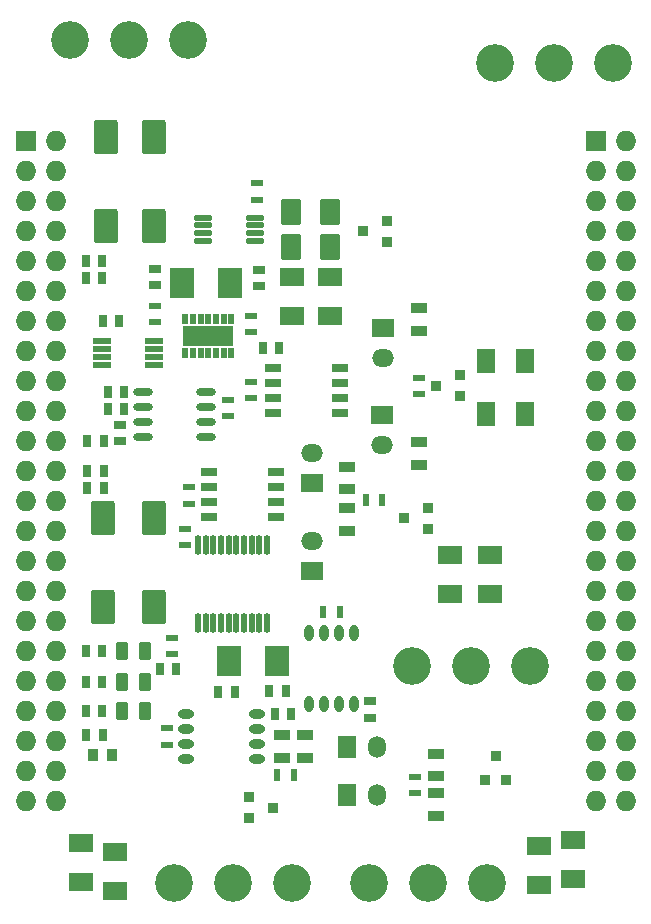
<source format=gbr>
%TF.GenerationSoftware,KiCad,Pcbnew,5.99.0-unknown-b63c482347~127~ubuntu20.04.1*%
%TF.CreationDate,2021-04-29T12:01:30+02:00*%
%TF.ProjectId,bbb-can-bus-cape,6262622d-6361-46e2-9d62-75732d636170,rev?*%
%TF.SameCoordinates,Original*%
%TF.FileFunction,Soldermask,Top*%
%TF.FilePolarity,Negative*%
%FSLAX46Y46*%
G04 Gerber Fmt 4.6, Leading zero omitted, Abs format (unit mm)*
G04 Created by KiCad (PCBNEW 5.99.0-unknown-b63c482347~127~ubuntu20.04.1) date 2021-04-29 12:01:30*
%MOMM*%
%LPD*%
G01*
G04 APERTURE LIST*
G04 Aperture macros list*
%AMRoundRect*
0 Rectangle with rounded corners*
0 $1 Rounding radius*
0 $2 $3 $4 $5 $6 $7 $8 $9 X,Y pos of 4 corners*
0 Add a 4 corners polygon primitive as box body*
4,1,4,$2,$3,$4,$5,$6,$7,$8,$9,$2,$3,0*
0 Add four circle primitives for the rounded corners*
1,1,$1+$1,$2,$3*
1,1,$1+$1,$4,$5*
1,1,$1+$1,$6,$7*
1,1,$1+$1,$8,$9*
0 Add four rect primitives between the rounded corners*
20,1,$1+$1,$2,$3,$4,$5,0*
20,1,$1+$1,$4,$5,$6,$7,0*
20,1,$1+$1,$6,$7,$8,$9,0*
20,1,$1+$1,$8,$9,$2,$3,0*%
G04 Aperture macros list end*
%ADD10R,1.727200X1.727200*%
%ADD11O,1.727200X1.727200*%
%ADD12RoundRect,0.010000X-0.300000X-0.500000X0.300000X-0.500000X0.300000X0.500000X-0.300000X0.500000X0*%
%ADD13RoundRect,0.010000X0.300000X0.500000X-0.300000X0.500000X-0.300000X-0.500000X0.300000X-0.500000X0*%
%ADD14R,2.032000X1.524000*%
%ADD15R,1.000000X0.600000*%
%ADD16RoundRect,0.030000X-0.725000X-0.225000X0.725000X-0.225000X0.725000X0.225000X-0.725000X0.225000X0*%
%ADD17RoundRect,0.010000X-0.444500X-0.698500X0.444500X-0.698500X0.444500X0.698500X-0.444500X0.698500X0*%
%ADD18RoundRect,0.200000X-0.800000X1.250000X-0.800000X-1.250000X0.800000X-1.250000X0.800000X1.250000X0*%
%ADD19R,0.914400X0.914400*%
%ADD20C,3.200000*%
%ADD21R,1.397000X0.889000*%
%ADD22RoundRect,0.010000X-0.500000X0.300000X-0.500000X-0.300000X0.500000X-0.300000X0.500000X0.300000X0*%
%ADD23R,0.600000X1.000000*%
%ADD24RoundRect,0.030000X-0.170000X0.405000X-0.170000X-0.405000X0.170000X-0.405000X0.170000X0.405000X0*%
%ADD25RoundRect,0.030000X-2.100000X0.800000X-2.100000X-0.800000X2.100000X-0.800000X2.100000X0.800000X0*%
%ADD26RoundRect,0.100000X-0.950000X-1.200000X0.950000X-1.200000X0.950000X1.200000X-0.950000X1.200000X0*%
%ADD27R,1.524000X1.850000*%
%ADD28O,1.524000X1.850000*%
%ADD29RoundRect,0.010000X-0.700000X-0.200000X0.700000X-0.200000X0.700000X0.200000X-0.700000X0.200000X0*%
%ADD30RoundRect,0.010000X-0.400000X-0.500000X0.400000X-0.500000X0.400000X0.500000X-0.400000X0.500000X0*%
%ADD31R,1.850000X1.524000*%
%ADD32O,1.850000X1.524000*%
%ADD33RoundRect,0.010000X0.500000X-0.300000X0.500000X0.300000X-0.500000X0.300000X-0.500000X-0.300000X0*%
%ADD34RoundRect,0.010000X-0.655000X0.325000X-0.655000X-0.325000X0.655000X-0.325000X0.655000X0.325000X0*%
%ADD35R,1.524000X2.032000*%
%ADD36RoundRect,0.200000X0.800000X-1.250000X0.800000X1.250000X-0.800000X1.250000X-0.800000X-1.250000X0*%
%ADD37O,1.398880X0.799440*%
%ADD38RoundRect,0.050000X0.762000X1.016000X-0.762000X1.016000X-0.762000X-1.016000X0.762000X-1.016000X0*%
%ADD39O,1.650000X0.700000*%
%ADD40O,0.799440X1.398880*%
%ADD41O,0.550000X1.700200*%
%ADD42RoundRect,0.100000X0.950000X1.200000X-0.950000X1.200000X-0.950000X-1.200000X0.950000X-1.200000X0*%
G04 APERTURE END LIST*
D10*
%TO.C,P8*%
X164630100Y-62382400D03*
D11*
X167170100Y-62382400D03*
X164630100Y-64922400D03*
X167170100Y-64922400D03*
X164630100Y-67462400D03*
X167170100Y-67462400D03*
X164630100Y-70002400D03*
X167170100Y-70002400D03*
X164630100Y-72542400D03*
X167170100Y-72542400D03*
X164630100Y-75082400D03*
X167170100Y-75082400D03*
X164630100Y-77622400D03*
X167170100Y-77622400D03*
X164630100Y-80162400D03*
X167170100Y-80162400D03*
X164630100Y-82702400D03*
X167170100Y-82702400D03*
X164630100Y-85242400D03*
X167170100Y-85242400D03*
X164630100Y-87782400D03*
X167170100Y-87782400D03*
X164630100Y-90322400D03*
X167170100Y-90322400D03*
X164630100Y-92862400D03*
X167170100Y-92862400D03*
X164630100Y-95402400D03*
X167170100Y-95402400D03*
X164630100Y-97942400D03*
X167170100Y-97942400D03*
X164630100Y-100482400D03*
X167170100Y-100482400D03*
X164630100Y-103022400D03*
X167170100Y-103022400D03*
X164630100Y-105562400D03*
X167170100Y-105562400D03*
X164630100Y-108102400D03*
X167170100Y-108102400D03*
X164630100Y-110642400D03*
X167170100Y-110642400D03*
X164630100Y-113182400D03*
X167170100Y-113182400D03*
X164630100Y-115722400D03*
X167170100Y-115722400D03*
X164630100Y-118262400D03*
X167170100Y-118262400D03*
%TD*%
D10*
%TO.C,P9*%
X116370100Y-62382400D03*
D11*
X118910100Y-62382400D03*
X116370100Y-64922400D03*
X118910100Y-64922400D03*
X116370100Y-67462400D03*
X118910100Y-67462400D03*
X116370100Y-70002400D03*
X118910100Y-70002400D03*
X116370100Y-72542400D03*
X118910100Y-72542400D03*
X116370100Y-75082400D03*
X118910100Y-75082400D03*
X116370100Y-77622400D03*
X118910100Y-77622400D03*
X116370100Y-80162400D03*
X118910100Y-80162400D03*
X116370100Y-82702400D03*
X118910100Y-82702400D03*
X116370100Y-85242400D03*
X118910100Y-85242400D03*
X116370100Y-87782400D03*
X118910100Y-87782400D03*
X116370100Y-90322400D03*
X118910100Y-90322400D03*
X116370100Y-92862400D03*
X118910100Y-92862400D03*
X116370100Y-95402400D03*
X118910100Y-95402400D03*
X116370100Y-97942400D03*
X118910100Y-97942400D03*
X116370100Y-100482400D03*
X118910100Y-100482400D03*
X116370100Y-103022400D03*
X118910100Y-103022400D03*
X116370100Y-105562400D03*
X118910100Y-105562400D03*
X116370100Y-108102400D03*
X118910100Y-108102400D03*
X116370100Y-110642400D03*
X118910100Y-110642400D03*
X116370100Y-113182400D03*
X118910100Y-113182400D03*
X116370100Y-115722400D03*
X118910100Y-115722400D03*
X116370100Y-118262400D03*
X118910100Y-118262400D03*
%TD*%
D12*
%TO.C,R13*%
X121470100Y-105562400D03*
X122870100Y-105562400D03*
%TD*%
D13*
%TO.C,R18*%
X124290100Y-77592400D03*
X122890100Y-77592400D03*
%TD*%
D14*
%TO.C,F5*%
X162690100Y-121511400D03*
X162690100Y-124813400D03*
%TD*%
D15*
%TO.C,C17*%
X128290100Y-113492400D03*
X128290100Y-112092400D03*
%TD*%
D16*
%TO.C,U6*%
X122860100Y-79337400D03*
X122860100Y-79987400D03*
X122860100Y-80637400D03*
X122860100Y-81287400D03*
X127260100Y-81287400D03*
X127260100Y-80637400D03*
X127260100Y-79987400D03*
X127260100Y-79337400D03*
%TD*%
D12*
%TO.C,R24*%
X137450100Y-110882400D03*
X138850100Y-110882400D03*
%TD*%
%TO.C,R19*%
X123300100Y-83652400D03*
X124700100Y-83652400D03*
%TD*%
D17*
%TO.C,D10*%
X126462600Y-105552400D03*
X124557600Y-105552400D03*
%TD*%
D18*
%TO.C,Sw3*%
X127210100Y-94302400D03*
X127210100Y-101802400D03*
%TD*%
D13*
%TO.C,R5*%
X129100100Y-107072400D03*
X127700100Y-107072400D03*
%TD*%
D19*
%TO.C,D4*%
X135234100Y-117913400D03*
X135234100Y-119691400D03*
X137266100Y-118802400D03*
%TD*%
D20*
%TO.C,P2*%
X159060100Y-106852400D03*
X154060100Y-106852400D03*
X149060100Y-106852400D03*
%TD*%
D17*
%TO.C,D11*%
X126462600Y-108142400D03*
X124557600Y-108142400D03*
%TD*%
D19*
%TO.C,D3*%
X155281100Y-116478400D03*
X157059100Y-116478400D03*
X156170100Y-114446400D03*
%TD*%
D21*
%TO.C,R9*%
X151100100Y-119474900D03*
X151100100Y-117569900D03*
%TD*%
%TO.C,R2*%
X149670100Y-87879900D03*
X149670100Y-89784900D03*
%TD*%
D22*
%TO.C,R8*%
X145550100Y-109782400D03*
X145550100Y-111182400D03*
%TD*%
D23*
%TO.C,C18*%
X139060100Y-116062400D03*
X137660100Y-116062400D03*
%TD*%
D24*
%TO.C,U8*%
X133770100Y-77437400D03*
X133120100Y-77437400D03*
X132470100Y-77437400D03*
X131820100Y-77437400D03*
X131170100Y-77437400D03*
X130520100Y-77437400D03*
X129870100Y-77437400D03*
X129870100Y-80337400D03*
X130520100Y-80337400D03*
X131170100Y-80337400D03*
X131820100Y-80337400D03*
X132470100Y-80337400D03*
X133120100Y-80337400D03*
X133770100Y-80337400D03*
D25*
X131820100Y-78887400D03*
%TD*%
D26*
%TO.C,X1*%
X133550100Y-106412400D03*
X137650099Y-106412400D03*
%TD*%
D27*
%TO.C,P11*%
X143610100Y-113662400D03*
D28*
X146150100Y-113662400D03*
%TD*%
D13*
%TO.C,R29*%
X122970100Y-91762400D03*
X121570100Y-91762400D03*
%TD*%
D29*
%TO.C,U7*%
X131360100Y-68847400D03*
X131360100Y-69497400D03*
X131360100Y-70147400D03*
X131360100Y-70797400D03*
X135760100Y-70797400D03*
X135760100Y-70147400D03*
X135760100Y-69497400D03*
X135760100Y-68847400D03*
%TD*%
D30*
%TO.C,NTC1*%
X122070100Y-114362400D03*
X123670100Y-114362400D03*
%TD*%
D14*
%TO.C,F8*%
X142120100Y-73871400D03*
X142120100Y-77173400D03*
%TD*%
D21*
%TO.C,R1*%
X149670100Y-76509900D03*
X149670100Y-78414900D03*
%TD*%
D20*
%TO.C,P7*%
X145430100Y-125162400D03*
X150430100Y-125162400D03*
X155430100Y-125162400D03*
%TD*%
D13*
%TO.C,R12*%
X122840100Y-73962400D03*
X121440100Y-73962400D03*
%TD*%
D31*
%TO.C,P6*%
X140600100Y-98762400D03*
D32*
X140600100Y-96222400D03*
%TD*%
D18*
%TO.C,Sw4*%
X122940100Y-94302400D03*
X122940100Y-101802400D03*
%TD*%
D19*
%TO.C,D5*%
X146966100Y-70881400D03*
X146966100Y-69103400D03*
X144934100Y-69992400D03*
%TD*%
D14*
%TO.C,F7*%
X138920100Y-73871400D03*
X138920100Y-77173400D03*
%TD*%
%TO.C,F4*%
X152260100Y-97381400D03*
X152260100Y-100683400D03*
%TD*%
D27*
%TO.C,P10*%
X143590100Y-117752400D03*
D28*
X146130100Y-117752400D03*
%TD*%
D12*
%TO.C,R11*%
X121480100Y-112632400D03*
X122880100Y-112632400D03*
%TD*%
D33*
%TO.C,C15*%
X136160100Y-74672400D03*
X136160100Y-73272400D03*
%TD*%
D14*
%TO.C,F9*%
X121090100Y-121811400D03*
X121090100Y-125113400D03*
%TD*%
D31*
%TO.C,P3*%
X146590100Y-78172400D03*
D32*
X146590100Y-80712400D03*
%TD*%
D34*
%TO.C,U2*%
X131895100Y-90387400D03*
X131895100Y-91657400D03*
X131895100Y-92927400D03*
X131895100Y-94197400D03*
X137585100Y-94197400D03*
X137585100Y-92927400D03*
X137585100Y-91657400D03*
X137585100Y-90387400D03*
%TD*%
D14*
%TO.C,F6*%
X159810100Y-122061400D03*
X159810100Y-125363400D03*
%TD*%
D35*
%TO.C,F2*%
X155309100Y-85452400D03*
X158611100Y-85452400D03*
%TD*%
D36*
%TO.C,Sw1*%
X127230100Y-69562400D03*
X127230100Y-62062400D03*
%TD*%
D17*
%TO.C,D12*%
X126462600Y-110632400D03*
X124557600Y-110632400D03*
%TD*%
D21*
%TO.C,R3*%
X143540100Y-89959900D03*
X143540100Y-91864900D03*
%TD*%
D15*
%TO.C,C10*%
X149340100Y-117582400D03*
X149340100Y-116182400D03*
%TD*%
D20*
%TO.C,P12*%
X130090100Y-53832400D03*
X125090100Y-53832400D03*
X120090100Y-53832400D03*
%TD*%
D37*
%TO.C,U9*%
X129980360Y-110887400D03*
X129980360Y-112157400D03*
X129980360Y-113427400D03*
X129980360Y-114697400D03*
X135979840Y-114697400D03*
X135979840Y-113427400D03*
X135979840Y-112157400D03*
X135979840Y-110887400D03*
%TD*%
D13*
%TO.C,R27*%
X137830100Y-79902400D03*
X136430100Y-79902400D03*
%TD*%
D15*
%TO.C,C8*%
X128780100Y-104402400D03*
X128780100Y-105802400D03*
%TD*%
D35*
%TO.C,F1*%
X155299100Y-80972400D03*
X158601100Y-80972400D03*
%TD*%
D13*
%TO.C,R16*%
X122840100Y-72532400D03*
X121440100Y-72532400D03*
%TD*%
D23*
%TO.C,C4*%
X145170100Y-92742400D03*
X146570100Y-92742400D03*
%TD*%
D12*
%TO.C,R17*%
X123300100Y-85062400D03*
X124700100Y-85062400D03*
%TD*%
D21*
%TO.C,R10*%
X151070100Y-116154900D03*
X151070100Y-114249900D03*
%TD*%
D19*
%TO.C,D2*%
X150422100Y-95211400D03*
X150422100Y-93433400D03*
X148390100Y-94322400D03*
%TD*%
D15*
%TO.C,C5*%
X129880100Y-95192400D03*
X129880100Y-96592400D03*
%TD*%
D14*
%TO.C,F10*%
X123970100Y-122521400D03*
X123970100Y-125823400D03*
%TD*%
D15*
%TO.C,C2*%
X149690100Y-83812400D03*
X149690100Y-82412400D03*
%TD*%
D13*
%TO.C,C6*%
X134050100Y-108972400D03*
X132650100Y-108972400D03*
%TD*%
D36*
%TO.C,Sw2*%
X123140100Y-69562400D03*
X123140100Y-62062400D03*
%TD*%
D15*
%TO.C,C11*%
X127300100Y-77722400D03*
X127300100Y-76322400D03*
%TD*%
D38*
%TO.C,R21*%
X142102100Y-71352400D03*
X138800100Y-71352400D03*
%TD*%
D12*
%TO.C,R15*%
X121470100Y-110632400D03*
X122870100Y-110632400D03*
%TD*%
D23*
%TO.C,C9*%
X141540100Y-102202400D03*
X142940100Y-102202400D03*
%TD*%
D13*
%TO.C,R30*%
X122970100Y-87772400D03*
X121570100Y-87772400D03*
%TD*%
D14*
%TO.C,F3*%
X155670100Y-97381400D03*
X155670100Y-100683400D03*
%TD*%
D31*
%TO.C,P4*%
X146570100Y-85582400D03*
D32*
X146570100Y-88122400D03*
%TD*%
D22*
%TO.C,R28*%
X124390100Y-86372400D03*
X124390100Y-87772400D03*
%TD*%
D39*
%TO.C,U5*%
X126270100Y-83637400D03*
X126270100Y-84907400D03*
X126270100Y-86177400D03*
X126270100Y-87447400D03*
X131670100Y-87447400D03*
X131670100Y-86177400D03*
X131670100Y-84907400D03*
X131670100Y-83637400D03*
%TD*%
D12*
%TO.C,R14*%
X121470100Y-108142400D03*
X122870100Y-108142400D03*
%TD*%
D31*
%TO.C,P5*%
X140610100Y-91332400D03*
D32*
X140610100Y-88792400D03*
%TD*%
D40*
%TO.C,U4*%
X144195100Y-104002660D03*
X142925100Y-104002660D03*
X141655100Y-104002660D03*
X140385100Y-104002660D03*
X140385100Y-110002140D03*
X141655100Y-110002140D03*
X142925100Y-110002140D03*
X144195100Y-110002140D03*
%TD*%
D21*
%TO.C,R25*%
X140020100Y-112659900D03*
X140020100Y-114564900D03*
%TD*%
%TO.C,R26*%
X138100100Y-114564900D03*
X138100100Y-112659900D03*
%TD*%
D20*
%TO.C,P1*%
X166090100Y-55762400D03*
X161090100Y-55762400D03*
X156090100Y-55762400D03*
%TD*%
%TO.C,P15*%
X128900100Y-125192400D03*
X133900100Y-125192400D03*
X138900100Y-125192400D03*
%TD*%
D15*
%TO.C,C14*%
X135430100Y-78562400D03*
X135430100Y-77162400D03*
%TD*%
D19*
%TO.C,D1*%
X153116100Y-83991400D03*
X153116100Y-82213400D03*
X151084100Y-83102400D03*
%TD*%
D21*
%TO.C,R4*%
X143560100Y-93449900D03*
X143560100Y-95354900D03*
%TD*%
D15*
%TO.C,C3*%
X130190100Y-93062400D03*
X130190100Y-91662400D03*
%TD*%
D34*
%TO.C,U1*%
X137275100Y-81577400D03*
X137275100Y-82847400D03*
X137275100Y-84117400D03*
X137275100Y-85387400D03*
X142965100Y-85387400D03*
X142965100Y-84117400D03*
X142965100Y-82847400D03*
X142965100Y-81577400D03*
%TD*%
D13*
%TO.C,C7*%
X138370100Y-108952400D03*
X136970100Y-108952400D03*
%TD*%
D41*
%TO.C,U3*%
X130945100Y-103132400D03*
X131595100Y-103132400D03*
X132245100Y-103132400D03*
X132895100Y-103132400D03*
X133545100Y-103132400D03*
X134195100Y-103132400D03*
X134845100Y-103132400D03*
X135495100Y-103132400D03*
X136145100Y-103132400D03*
X136795100Y-103132400D03*
X136795100Y-96532400D03*
X136145100Y-96532400D03*
X135495100Y-96532400D03*
X134845100Y-96532400D03*
X134195100Y-96532400D03*
X133545100Y-96532400D03*
X132895100Y-96532400D03*
X132245100Y-96532400D03*
X131595100Y-96532400D03*
X130945100Y-96532400D03*
%TD*%
D15*
%TO.C,C1*%
X135470100Y-84132400D03*
X135470100Y-82732400D03*
%TD*%
%TO.C,C13*%
X135950100Y-67342400D03*
X135950100Y-65942400D03*
%TD*%
D38*
%TO.C,R20*%
X142102100Y-68412400D03*
X138800100Y-68412400D03*
%TD*%
D42*
%TO.C,X2*%
X133660100Y-74402400D03*
X129560101Y-74402400D03*
%TD*%
D22*
%TO.C,C16*%
X127330100Y-73162400D03*
X127330100Y-74562400D03*
%TD*%
D13*
%TO.C,R31*%
X122970100Y-90302400D03*
X121570100Y-90302400D03*
%TD*%
D15*
%TO.C,C12*%
X133500100Y-84282400D03*
X133500100Y-85682400D03*
%TD*%
M02*

</source>
